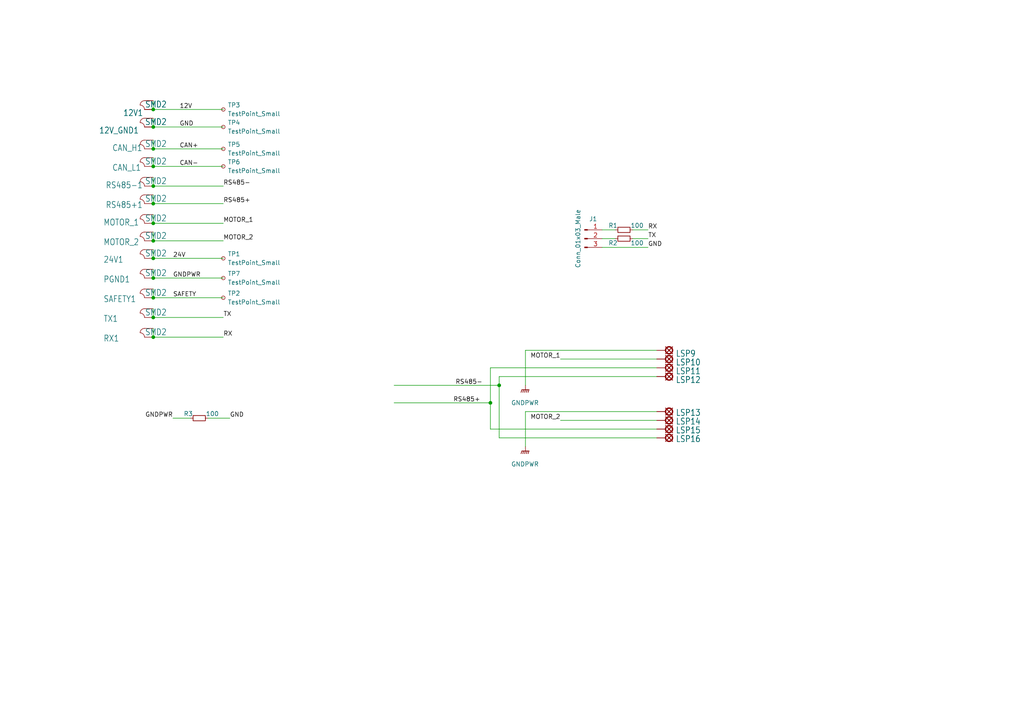
<source format=kicad_sch>
(kicad_sch (version 20211123) (generator eeschema)
  (paper "A4")
  (lib_symbols
    (symbol "Connector:Conn_01x03_Male" (pin_names (offset 1.016) hide)
      (property "Reference" "J" (at 0 5.08 0))
      (property "Value" "Conn_01x03_Male" (at 0 -5.08 0))
      (symbol "Conn_01x03_Male_1_1"
        (polyline (pts (xy 1.27 -2.54) (xy 0.8636 -2.54)) (stroke (width 0.1524)))
        (polyline (pts (xy 1.27 0) (xy 0.8636 0)) (stroke (width 0.1524)))
        (polyline (pts (xy 1.27 2.54) (xy 0.8636 2.54)) (stroke (width 0.1524)))
        (rectangle (start 0.8636 -2.413) (end 0 -2.667) (stroke (width 0.1524)) (fill (type outline)))
        (rectangle (start 0.8636 0.127) (end 0 -0.127) (stroke (width 0.1524)) (fill (type outline)))
        (rectangle (start 0.8636 2.667) (end 0 2.413) (stroke (width 0.1524)) (fill (type outline)))
        (pin passive line (at 5.08 2.54 180) (length 3.81) (name "Pin_1") (number "1"))
        (pin passive line (at 5.08 0 180) (length 3.81) (name "Pin_2") (number "2"))
        (pin passive line (at 5.08 -2.54 180) (length 3.81) (name "Pin_3") (number "3"))
      )
    )
    (symbol "Connector:TestPoint_Small" (pin_numbers hide) (pin_names (offset 0.762) hide)
      (property "Reference" "TP" (at 0 3.81 0))
      (property "Value" "TestPoint_Small" (at 0 2.032 0))
      (symbol "TestPoint_Small_0_1"
        (circle (center 0 0) (radius 0.508))
      )
      (symbol "TestPoint_Small_1_1"
        (pin passive line (at 0 0 90) (length 0) (name "1") (number "1"))
      )
    )
    (symbol "Device:R_Small" (pin_numbers hide) (pin_names (offset 0.254) hide)
      (property "Reference" "R" (at 0.762 0.508 0))
      (property "Value" "R_Small" (at 0.762 -1.016 0))
      (symbol "R_Small_0_1"
        (rectangle (start -0.762 1.778) (end 0.762 -1.778) (stroke (width 0.2032)))
      )
      (symbol "R_Small_1_1"
        (pin passive line (at 0 2.54 270) (length 0.762) (name "~") (number "1"))
        (pin passive line (at 0 -2.54 90) (length 0.762) (name "~") (number "2"))
      )
    )
    (symbol "Gripper Connection Board-eagle-import:SE11"
      (property "Reference" "LSP" (at -1.27 2.921 0))
      (symbol "SE11_1_0"
        (polyline (pts (xy -1.016 0) (xy 1.016 2.032)) (stroke (width 0.254)))
        (polyline (pts (xy -1.016 2.032) (xy 1.016 0)) (stroke (width 0.254)))
        (circle (center 0 1.016) (radius 1.016) (stroke (width 0.4064)))
        (pin passive line (at 0 -2.54 90) (length 2.54) (name "MP") (number "MP"))
      )
    )
    (symbol "Gripper Connection Board-eagle-import:SMD2"
      (property "Reference" "PAD" (at -1.27 0 0))
      (property "Value" "SMD2" (at -7.62 0 0))
      (symbol "SMD2_0_1"
        (arc (start 0 0) (mid 0.898 2.168) (end -1.27 1.27) (stroke (width 0.1524)))
        (arc (start 0 2.54) (mid -0.898 2.168) (end -1.27 1.27) (stroke (width 0.1524)))
      )
      (symbol "SMD2_1_0"
        (pin passive line (at 2.54 0 180) (length 2.54) (name "P") (number "1"))
        (pin passive line (at 2.54 2.54 180) (length 2.54) (name "P") (number "2"))
      )
    )
    (symbol "SMD2_10"
      (property "Reference" "PAD" (at -1.27 0 0))
      (property "Value" "SMD2_10" (at -7.62 0 0))
      (symbol "SMD2_10_0_1"
        (arc (start 0 0) (mid 0.898 2.168) (end -1.27 1.27) (stroke (width 0.1524)))
        (arc (start 0 2.54) (mid -0.898 2.168) (end -1.27 1.27) (stroke (width 0.1524)))
      )
      (symbol "SMD2_10_1_0"
        (pin passive line (at 2.54 0 180) (length 2.54) (name "P") (number "1"))
        (pin passive line (at 2.54 2.54 180) (length 2.54) (name "P") (number "2"))
      )
    )
    (symbol "SMD2_11"
      (property "Reference" "PAD" (at -1.27 0 0))
      (property "Value" "SMD2_11" (at -7.62 0 0))
      (symbol "SMD2_11_0_1"
        (arc (start 0 0) (mid 0.898 2.168) (end -1.27 1.27) (stroke (width 0.1524)))
        (arc (start 0 2.54) (mid -0.898 2.168) (end -1.27 1.27) (stroke (width 0.1524)))
      )
      (symbol "SMD2_11_1_0"
        (pin passive line (at 2.54 0 180) (length 2.54) (name "P") (number "1"))
        (pin passive line (at 2.54 2.54 180) (length 2.54) (name "P") (number "2"))
      )
    )
    (symbol "SMD2_12"
      (property "Reference" "PAD" (at -1.27 0 0))
      (property "Value" "SMD2_12" (at -7.62 0 0))
      (symbol "SMD2_12_0_1"
        (arc (start 0 0) (mid 0.898 2.168) (end -1.27 1.27) (stroke (width 0.1524)))
        (arc (start 0 2.54) (mid -0.898 2.168) (end -1.27 1.27) (stroke (width 0.1524)))
      )
      (symbol "SMD2_12_1_0"
        (pin passive line (at 2.54 0 180) (length 2.54) (name "P") (number "1"))
        (pin passive line (at 2.54 2.54 180) (length 2.54) (name "P") (number "2"))
      )
    )
    (symbol "SMD2_2"
      (property "Reference" "PAD" (at -1.27 0 0))
      (property "Value" "SMD2_2" (at -7.62 0 0))
      (symbol "SMD2_2_0_1"
        (arc (start 0 0) (mid 0.898 2.168) (end -1.27 1.27) (stroke (width 0.1524)))
        (arc (start 0 2.54) (mid -0.898 2.168) (end -1.27 1.27) (stroke (width 0.1524)))
      )
      (symbol "SMD2_2_1_0"
        (pin passive line (at 2.54 0 180) (length 2.54) (name "P") (number "1"))
        (pin passive line (at 2.54 2.54 180) (length 2.54) (name "P") (number "2"))
      )
    )
    (symbol "SMD2_3"
      (property "Reference" "PAD" (at -1.27 0 0))
      (property "Value" "SMD2_3" (at -7.62 0 0))
      (symbol "SMD2_3_0_1"
        (arc (start 0 0) (mid 0.898 2.168) (end -1.27 1.27) (stroke (width 0.1524)))
        (arc (start 0 2.54) (mid -0.898 2.168) (end -1.27 1.27) (stroke (width 0.1524)))
      )
      (symbol "SMD2_3_1_0"
        (pin passive line (at 2.54 0 180) (length 2.54) (name "P") (number "1"))
        (pin passive line (at 2.54 2.54 180) (length 2.54) (name "P") (number "2"))
      )
    )
    (symbol "SMD2_4"
      (property "Reference" "PAD" (at -1.27 0 0))
      (property "Value" "SMD2_4" (at -7.62 0 0))
      (symbol "SMD2_4_0_1"
        (arc (start 0 0) (mid 0.898 2.168) (end -1.27 1.27) (stroke (width 0.1524)))
        (arc (start 0 2.54) (mid -0.898 2.168) (end -1.27 1.27) (stroke (width 0.1524)))
      )
      (symbol "SMD2_4_1_0"
        (pin passive line (at 2.54 0 180) (length 2.54) (name "P") (number "1"))
        (pin passive line (at 2.54 2.54 180) (length 2.54) (name "P") (number "2"))
      )
    )
    (symbol "SMD2_5"
      (property "Reference" "PAD" (at -1.27 0 0))
      (property "Value" "SMD2_5" (at -7.62 0 0))
      (symbol "SMD2_5_0_1"
        (arc (start 0 0) (mid 0.898 2.168) (end -1.27 1.27) (stroke (width 0.1524)))
        (arc (start 0 2.54) (mid -0.898 2.168) (end -1.27 1.27) (stroke (width 0.1524)))
      )
      (symbol "SMD2_5_1_0"
        (pin passive line (at 2.54 0 180) (length 2.54) (name "P") (number "1"))
        (pin passive line (at 2.54 2.54 180) (length 2.54) (name "P") (number "2"))
      )
    )
    (symbol "SMD2_6"
      (property "Reference" "PAD" (at -1.27 0 0))
      (property "Value" "SMD2_6" (at -7.62 0 0))
      (symbol "SMD2_6_0_1"
        (arc (start 0 0) (mid 0.898 2.168) (end -1.27 1.27) (stroke (width 0.1524)))
        (arc (start 0 2.54) (mid -0.898 2.168) (end -1.27 1.27) (stroke (width 0.1524)))
      )
      (symbol "SMD2_6_1_0"
        (pin passive line (at 2.54 0 180) (length 2.54) (name "P") (number "1"))
        (pin passive line (at 2.54 2.54 180) (length 2.54) (name "P") (number "2"))
      )
    )
    (symbol "SMD2_7"
      (property "Reference" "PAD" (at -1.27 0 0))
      (property "Value" "SMD2_7" (at -7.62 0 0))
      (symbol "SMD2_7_0_1"
        (arc (start 0 0) (mid 0.898 2.168) (end -1.27 1.27) (stroke (width 0.1524)))
        (arc (start 0 2.54) (mid -0.898 2.168) (end -1.27 1.27) (stroke (width 0.1524)))
      )
      (symbol "SMD2_7_1_0"
        (pin passive line (at 2.54 0 180) (length 2.54) (name "P") (number "1"))
        (pin passive line (at 2.54 2.54 180) (length 2.54) (name "P") (number "2"))
      )
    )
    (symbol "SMD2_8"
      (property "Reference" "PAD" (at -1.27 0 0))
      (property "Value" "SMD2_8" (at -7.62 0 0))
      (symbol "SMD2_8_0_1"
        (arc (start 0 0) (mid 0.898 2.168) (end -1.27 1.27) (stroke (width 0.1524)))
        (arc (start 0 2.54) (mid -0.898 2.168) (end -1.27 1.27) (stroke (width 0.1524)))
      )
      (symbol "SMD2_8_1_0"
        (pin passive line (at 2.54 0 180) (length 2.54) (name "P") (number "1"))
        (pin passive line (at 2.54 2.54 180) (length 2.54) (name "P") (number "2"))
      )
    )
    (symbol "SMD2_9"
      (property "Reference" "PAD" (at -1.27 0 0))
      (property "Value" "SMD2_9" (at -7.62 0 0))
      (symbol "SMD2_9_0_1"
        (arc (start 0 0) (mid 0.898 2.168) (end -1.27 1.27) (stroke (width 0.1524)))
        (arc (start 0 2.54) (mid -0.898 2.168) (end -1.27 1.27) (stroke (width 0.1524)))
      )
      (symbol "SMD2_9_1_0"
        (pin passive line (at 2.54 0 180) (length 2.54) (name "P") (number "1"))
        (pin passive line (at 2.54 2.54 180) (length 2.54) (name "P") (number "2"))
      )
    )
    (symbol "power:GNDPWR" (power) (pin_names (offset 0))
      (property "Value" "GNDPWR" (at 0 -3.302 0))
      (symbol "GNDPWR_0_1"
        (polyline (pts (xy 0 -1.27) (xy 0 0)))
        (polyline (pts (xy -1.016 -1.27) (xy -1.27 -2.032) (xy -1.27 -2.032)) (stroke (width 0.2032)))
        (polyline (pts (xy -0.508 -1.27) (xy -0.762 -2.032) (xy -0.762 -2.032)) (stroke (width 0.2032)))
        (polyline (pts (xy 0 -1.27) (xy -0.254 -2.032) (xy -0.254 -2.032)) (stroke (width 0.2032)))
        (polyline (pts (xy 0.508 -1.27) (xy 0.254 -2.032) (xy 0.254 -2.032)) (stroke (width 0.2032)))
        (polyline (pts (xy 1.016 -1.27) (xy -1.016 -1.27) (xy -1.016 -1.27)) (stroke (width 0.2032)))
        (polyline (pts (xy 1.016 -1.27) (xy 0.762 -2.032) (xy 0.762 -2.032) (xy 0.762 -2.032)) (stroke (width 0.2032)))
      )
      (symbol "GNDPWR_1_1"
        (pin power_in line (at 0 0 270) (length 0) hide (name "GNDPWR") (number "1"))
      )
    )
  )
  (junction (at 44.45 80.645))
  (junction (at 44.45 97.79))
  (junction (at 44.45 43.18))
  (junction (at 142.24 116.84))
  (junction (at 44.45 86.36))
  (junction (at 44.45 59.055))
  (junction (at 44.45 53.975))
  (junction (at 44.45 74.93))
  (junction (at 44.45 64.77))
  (junction (at 44.45 69.85))
  (junction (at 44.45 36.83))
  (junction (at 44.45 31.75))
  (junction (at 144.78 111.76))
  (junction (at 44.45 92.075))
  (junction (at 44.45 48.26))
  (wire (pts (xy 44.45 72.39) (xy 44.45 74.93)))
  (wire (pts (xy 44.45 45.72) (xy 44.45 48.26)))
  (wire (pts (xy 44.45 34.29) (xy 44.45 36.83)))
  (wire (pts (xy 44.45 64.77) (xy 64.77 64.77)))
  (wire (pts (xy 144.78 127) (xy 190.5 127)))
  (wire (pts (xy 44.45 80.645) (xy 64.77 80.645)))
  (wire (pts (xy 162.56 121.92) (xy 190.5 121.92)))
  (wire (pts (xy 142.24 116.84) (xy 142.24 124.46)))
  (wire (pts (xy 152.4 119.38) (xy 190.5 119.38)))
  (wire (pts (xy 152.4 101.6) (xy 190.5 101.6)))
  (wire (pts (xy 44.45 69.85) (xy 64.77 69.85)))
  (wire (pts (xy 44.45 86.36) (xy 64.7624 86.36)))
  (wire (pts (xy 44.45 31.75) (xy 64.77 31.75)))
  (wire (pts (xy 142.24 116.84) (xy 142.24 106.68)))
  (wire (pts (xy 114.3 111.76) (xy 144.78 111.76)))
  (wire (pts (xy 44.45 59.055) (xy 64.77 59.055)))
  (wire (pts (xy 142.24 124.46) (xy 190.5 124.46)))
  (wire (pts (xy 50.165 121.285) (xy 55.245 121.285)))
  (wire (pts (xy 114.3 116.84) (xy 142.24 116.84)))
  (wire (pts (xy 187.96 71.755) (xy 174.625 71.755)))
  (wire (pts (xy 60.325 121.285) (xy 66.675 121.285)))
  (wire (pts (xy 142.24 106.68) (xy 190.5 106.68)))
  (wire (pts (xy 44.45 40.64) (xy 44.45 43.18)))
  (wire (pts (xy 144.78 111.76) (xy 144.78 109.22)))
  (wire (pts (xy 162.56 104.14) (xy 190.5 104.14)))
  (wire (pts (xy 44.45 51.435) (xy 44.45 53.975)))
  (wire (pts (xy 44.45 48.26) (xy 64.77 48.26)))
  (wire (pts (xy 178.435 69.215) (xy 174.625 69.215)))
  (wire (pts (xy 44.45 89.535) (xy 44.45 92.075)))
  (wire (pts (xy 44.45 43.18) (xy 64.77 43.18)))
  (wire (pts (xy 144.78 109.22) (xy 190.5 109.22)))
  (wire (pts (xy 44.45 97.79) (xy 64.77 97.79)))
  (wire (pts (xy 44.45 78.105) (xy 44.45 80.645)))
  (wire (pts (xy 44.45 95.25) (xy 44.45 97.79)))
  (wire (pts (xy 187.96 69.215) (xy 183.515 69.215)))
  (wire (pts (xy 44.45 67.31) (xy 44.45 69.85)))
  (wire (pts (xy 152.4 119.38) (xy 152.4 129.54)))
  (wire (pts (xy 44.45 29.21) (xy 44.45 31.75)))
  (wire (pts (xy 44.45 74.93) (xy 64.77 74.93)))
  (wire (pts (xy 44.45 56.515) (xy 44.45 59.055)))
  (wire (pts (xy 44.45 92.075) (xy 64.77 92.075)))
  (wire (pts (xy 187.96 66.675) (xy 183.515 66.675)))
  (wire (pts (xy 44.45 36.83) (xy 64.77 36.83)))
  (wire (pts (xy 178.435 66.675) (xy 174.625 66.675)))
  (wire (pts (xy 44.45 83.82) (xy 44.45 86.36)))
  (wire (pts (xy 144.78 111.76) (xy 144.78 127)))
  (wire (pts (xy 152.4 111.76) (xy 152.4 101.6)))
  (wire (pts (xy 44.45 53.975) (xy 64.77 53.975)))
  (wire (pts (xy 44.45 62.23) (xy 44.45 64.77)))
  (label "RS485+" (at 64.77 59.055 0))
  (label "TX" (at 64.77 92.075 0))
  (label "MOTOR_1" (at 64.77 64.77 0))
  (label "RX" (at 187.96 66.675 0))
  (label "MOTOR_2" (at 64.77 69.85 0))
  (label "TX" (at 187.96 69.215 0))
  (label "SAFETY" (at 50.165 86.36 0))
  (label "CAN+" (at 52.07 43.18 0))
  (label "GND" (at 66.675 121.285 0))
  (label "24V" (at 50.165 74.93 0))
  (label "12V" (at 52.07 31.75 0))
  (label "MOTOR_1" (at 162.56 104.14 180))
  (label "GND" (at 52.07 36.83 0))
  (label "RS485-" (at 64.77 53.975 0))
  (label "GND" (at 187.96 71.755 0))
  (label "RX" (at 64.77 97.79 0))
  (label "CAN-" (at 52.07 48.26 0))
  (label "GNDPWR" (at 50.165 80.645 0))
  (label "MOTOR_2" (at 162.56 121.92 180))
  (label "RS485-" (at 132.08 111.76 0))
  (label "RS485+" (at 131.445 116.84 0))
  (label "GNDPWR" (at 50.165 121.285 180))
  (symbol (lib_id "power:GNDPWR") (at 152.4 111.76 0) (unit 1)
    (property "Reference" "#PWR0102" (effects hide))
    (property "Value" "GNDPWR" (at 152.273 116.84 0))
  )
  (symbol (lib_id "Device:R_Small") (at 57.785 121.285 90) (unit 1)
    (property "Reference" "R3" (at 54.61 120.015 90))
    (property "Value" "100" (at 61.595 120.015 90))
    (property "Footprint" "footprints:R_0603_1608Metric_Pad0.98x0.95mm_HandSolder" (effects hide))
  )
  (symbol (lib_name "SMD2_4") (lib_id "Gripper Connection Board-eagle-import:SMD2") (at 41.91 80.645 0) (unit 1)
    (property "Reference" "PGND1" (at 29.972 81.9658 0) (effects (font (size 1.778 1.5113)) (justify left bottom)))
    (property "Value" "SMD2" (at 42.037 80.137 0) (effects (font (size 1.778 1.5113)) (justify left bottom)))
    (property "Footprint" "Gripper Connection Board:SMD1,27-2,54" (effects hide))
  )
  (symbol (lib_id "Connector:TestPoint_Small") (at 64.77 36.83 0) (unit 1)
    (property "Reference" "TP4" (at 66.04 35.5599 0) (effects (justify left)))
    (property "Value" "TestPoint_Small" (at 66.04 38.0999 0) (effects (justify left)))
    (property "Footprint" "footprints:TestPoint_Pad_1.0x1.0mm" (effects hide))
  )
  (symbol (lib_id "Device:R_Small") (at 180.975 69.215 90) (unit 1)
    (property "Reference" "R2" (at 177.8 70.485 90))
    (property "Value" "100" (at 184.785 70.485 90))
    (property "Footprint" "footprints:R_0603_1608Metric_Pad0.98x0.95mm_HandSolder" (effects hide))
  )
  (symbol (lib_id "Gripper Connection Board-eagle-import:SE11") (at 193.04 127 270) (unit 1)
    (property "Reference" "LSP16" (at 195.961 128.27 90) (effects (font (size 1.778 1.5113)) (justify left bottom)))
    (property "Value" "SE11" (effects hide))
    (property "Footprint" "Gripper Connection Board:SE11" (effects hide))
  )
  (symbol (lib_id "Connector:Conn_01x03_Male") (at 169.545 69.215 0) (unit 1)
    (property "Reference" "J1" (at 172.0469 63.5 0))
    (property "Value" "Conn_01x03_Male" (at 167.64 69.215 90))
    (property "Footprint" "footprints:PinHeader_1x03_P2.54mm_Vertical" (effects hide))
  )
  (symbol (lib_id "Gripper Connection Board-eagle-import:SE11") (at 193.04 124.46 270) (unit 1)
    (property "Reference" "LSP15" (at 195.961 125.73 90) (effects (font (size 1.778 1.5113)) (justify left bottom)))
    (property "Value" "SE11" (effects hide))
    (property "Footprint" "Gripper Connection Board:SE11" (effects hide))
  )
  (symbol (lib_id "Gripper Connection Board-eagle-import:SE11") (at 193.04 104.14 270) (unit 1)
    (property "Reference" "LSP10" (at 195.961 106.045 90) (effects (font (size 1.778 1.5113)) (justify left bottom)))
    (property "Value" "SE11" (effects hide))
    (property "Footprint" "Gripper Connection Board:SE11" (effects hide))
  )
  (symbol (lib_id "Gripper Connection Board-eagle-import:SE11") (at 193.04 119.38 270) (unit 1)
    (property "Reference" "LSP13" (at 195.961 120.65 90) (effects (font (size 1.778 1.5113)) (justify left bottom)))
    (property "Value" "SE11" (effects hide))
    (property "Footprint" "Gripper Connection Board:SE11" (effects hide))
  )
  (symbol (lib_id "Connector:TestPoint_Small") (at 64.77 43.18 0) (unit 1)
    (property "Reference" "TP5" (at 66.04 41.9099 0) (effects (justify left)))
    (property "Value" "TestPoint_Small" (at 66.04 44.4499 0) (effects (justify left)))
    (property "Footprint" "footprints:TestPoint_Pad_1.0x1.0mm" (effects hide))
  )
  (symbol (lib_name "SMD2_8") (lib_id "Gripper Connection Board-eagle-import:SMD2") (at 41.91 69.85 0) (unit 1)
    (property "Reference" "MOTOR_2" (at 29.972 71.1708 0) (effects (font (size 1.778 1.5113)) (justify left bottom)))
    (property "Value" "SMD2" (at 42.037 69.342 0) (effects (font (size 1.778 1.5113)) (justify left bottom)))
    (property "Footprint" "Gripper Connection Board:SMD1,27-2,54" (effects hide))
  )
  (symbol (lib_name "SMD2_7") (lib_id "Gripper Connection Board-eagle-import:SMD2") (at 41.91 64.77 0) (unit 1)
    (property "Reference" "MOTOR_1" (at 29.972 65.4558 0) (effects (font (size 1.778 1.5113)) (justify left bottom)))
    (property "Value" "SMD2" (at 42.037 64.262 0) (effects (font (size 1.778 1.5113)) (justify left bottom)))
    (property "Footprint" "Gripper Connection Board:SMD1,27-2,54" (effects hide))
  )
  (symbol (lib_name "SMD2_11") (lib_id "Gripper Connection Board-eagle-import:SMD2") (at 41.91 43.18 0) (unit 1)
    (property "Reference" "CAN_H1" (at 32.512 43.8658 0) (effects (font (size 1.778 1.5113)) (justify left bottom)))
    (property "Value" "SMD2" (at 42.037 42.672 0) (effects (font (size 1.778 1.5113)) (justify left bottom)))
    (property "Footprint" "Gripper Connection Board:SMD1,27-2,54" (effects hide))
  )
  (symbol (lib_id "Gripper Connection Board-eagle-import:SE11") (at 193.04 101.6 270) (unit 1)
    (property "Reference" "LSP9" (at 195.961 103.505 90) (effects (font (size 1.778 1.5113)) (justify left bottom)))
    (property "Value" "SE11" (effects hide))
    (property "Footprint" "Gripper Connection Board:SE11" (effects hide))
  )
  (symbol (lib_id "Gripper Connection Board-eagle-import:SE11") (at 193.04 109.22 270) (unit 1)
    (property "Reference" "LSP12" (at 195.961 111.125 90) (effects (font (size 1.778 1.5113)) (justify left bottom)))
    (property "Value" "SE11" (effects hide))
    (property "Footprint" "Gripper Connection Board:SE11" (effects hide))
  )
  (symbol (lib_id "Connector:TestPoint_Small") (at 64.7624 86.36 0) (unit 1)
    (property "Reference" "TP2" (at 66.0324 85.0899 0) (effects (justify left)))
    (property "Value" "TestPoint_Small" (at 66.0324 87.6299 0) (effects (justify left)))
    (property "Footprint" "footprints:TestPoint_Pad_1.0x1.0mm" (effects hide))
  )
  (symbol (lib_id "Connector:TestPoint_Small") (at 64.77 48.26 0) (unit 1)
    (property "Reference" "TP6" (at 66.04 46.9899 0) (effects (justify left)))
    (property "Value" "TestPoint_Small" (at 66.04 49.5299 0) (effects (justify left)))
    (property "Footprint" "footprints:TestPoint_Pad_1.0x1.0mm" (effects hide))
  )
  (symbol (lib_name "SMD2_3") (lib_id "Gripper Connection Board-eagle-import:SMD2") (at 41.91 92.075 0) (unit 1)
    (property "Reference" "TX1" (at 29.972 93.3958 0) (effects (font (size 1.778 1.5113)) (justify left bottom)))
    (property "Value" "SMD2" (at 42.037 91.567 0) (effects (font (size 1.778 1.5113)) (justify left bottom)))
    (property "Footprint" "Gripper Connection Board:SMD1,27-2,54" (effects hide))
  )
  (symbol (lib_name "SMD2_12") (lib_id "Gripper Connection Board-eagle-import:SMD2") (at 41.91 48.26 0) (unit 1)
    (property "Reference" "CAN_L1" (at 32.512 49.5808 0) (effects (font (size 1.778 1.5113)) (justify left bottom)))
    (property "Value" "SMD2" (at 42.037 47.752 0) (effects (font (size 1.778 1.5113)) (justify left bottom)))
    (property "Footprint" "Gripper Connection Board:SMD1,27-2,54" (effects hide))
  )
  (symbol (lib_name "SMD2_9") (lib_id "Gripper Connection Board-eagle-import:SMD2") (at 41.91 53.975 0) (unit 1)
    (property "Reference" "RS485-1" (at 30.607 54.6608 0) (effects (font (size 1.778 1.5113)) (justify left bottom)))
    (property "Value" "SMD2" (at 42.037 53.467 0) (effects (font (size 1.778 1.5113)) (justify left bottom)))
    (property "Footprint" "Gripper Connection Board:SMD1,27-2,54" (effects hide))
  )
  (symbol (lib_id "power:GNDPWR") (at 152.4 129.54 0) (unit 1)
    (property "Reference" "#PWR0101" (effects hide))
    (property "Value" "GNDPWR" (at 152.273 134.62 0))
  )
  (symbol (lib_id "Gripper Connection Board-eagle-import:SMD2") (at 41.91 36.83 0) (unit 1)
    (property "Reference" "12V_GND1" (at 28.702 38.7858 0) (effects (font (size 1.778 1.5113)) (justify left bottom)))
    (property "Value" "SMD2" (at 42.037 36.322 0) (effects (font (size 1.778 1.5113)) (justify left bottom)))
    (property "Footprint" "Gripper Connection Board:SMD1,27-2,54" (effects hide))
  )
  (symbol (lib_id "Gripper Connection Board-eagle-import:SMD2") (at 41.91 31.75 0) (unit 1)
    (property "Reference" "12V1" (at 35.687 33.7058 0) (effects (font (size 1.778 1.5113)) (justify left bottom)))
    (property "Value" "SMD2" (at 42.037 31.242 0) (effects (font (size 1.778 1.5113)) (justify left bottom)))
    (property "Footprint" "Gripper Connection Board:SMD1,27-2,54" (effects hide))
  )
  (symbol (lib_name "SMD2_6") (lib_id "Gripper Connection Board-eagle-import:SMD2") (at 41.91 97.79 0) (unit 1)
    (property "Reference" "RX1" (at 29.972 99.1108 0) (effects (font (size 1.778 1.5113)) (justify left bottom)))
    (property "Value" "SMD2" (at 42.037 97.282 0) (effects (font (size 1.778 1.5113)) (justify left bottom)))
    (property "Footprint" "Gripper Connection Board:SMD1,27-2,54" (effects hide))
  )
  (symbol (lib_id "Device:R_Small") (at 180.975 66.675 90) (unit 1)
    (property "Reference" "R1" (at 177.8 65.405 90))
    (property "Value" "100" (at 184.785 65.405 90))
    (property "Footprint" "footprints:R_0603_1608Metric_Pad0.98x0.95mm_HandSolder" (effects hide))
  )
  (symbol (lib_id "Gripper Connection Board-eagle-import:SE11") (at 193.04 106.68 270) (unit 1)
    (property "Reference" "LSP11" (at 195.961 108.585 90) (effects (font (size 1.778 1.5113)) (justify left bottom)))
    (property "Value" "SE11" (effects hide))
    (property "Footprint" "Gripper Connection Board:SE11" (effects hide))
  )
  (symbol (lib_name "SMD2_5") (lib_id "Gripper Connection Board-eagle-import:SMD2") (at 41.91 86.36 0) (unit 1)
    (property "Reference" "SAFETY1" (at 29.972 87.6808 0) (effects (font (size 1.778 1.5113)) (justify left bottom)))
    (property "Value" "SMD2" (at 42.037 85.852 0) (effects (font (size 1.778 1.5113)) (justify left bottom)))
    (property "Footprint" "Gripper Connection Board:SMD1,27-2,54" (effects hide))
  )
  (symbol (lib_name "SMD2_10") (lib_id "Gripper Connection Board-eagle-import:SMD2") (at 41.91 59.055 0) (unit 1)
    (property "Reference" "RS485+1" (at 30.607 60.3758 0) (effects (font (size 1.778 1.5113)) (justify left bottom)))
    (property "Value" "SMD2" (at 42.037 58.547 0) (effects (font (size 1.778 1.5113)) (justify left bottom)))
    (property "Footprint" "Gripper Connection Board:SMD1,27-2,54" (effects hide))
  )
  (symbol (lib_id "Connector:TestPoint_Small") (at 64.77 80.645 0) (unit 1)
    (property "Reference" "TP7" (at 66.04 79.3749 0) (effects (justify left)))
    (property "Value" "TestPoint_Small" (at 66.04 81.9149 0) (effects (justify left)))
    (property "Footprint" "footprints:TestPoint_Pad_1.0x1.0mm" (effects hide))
  )
  (symbol (lib_name "SMD2_2") (lib_id "Gripper Connection Board-eagle-import:SMD2") (at 41.91 74.93 0) (unit 1)
    (property "Reference" "24V1" (at 29.972 76.2508 0) (effects (font (size 1.778 1.5113)) (justify left bottom)))
    (property "Value" "SMD2" (at 42.037 74.422 0) (effects (font (size 1.778 1.5113)) (justify left bottom)))
    (property "Footprint" "Gripper Connection Board:SMD1,27-2,54" (effects hide))
  )
  (symbol (lib_id "Connector:TestPoint_Small") (at 64.77 74.93 0) (unit 1)
    (property "Reference" "TP1" (at 66.04 73.6599 0) (effects (justify left)))
    (property "Value" "TestPoint_Small" (at 66.04 76.1999 0) (effects (justify left)))
    (property "Footprint" "footprints:TestPoint_Pad_1.0x1.0mm" (effects hide))
  )
  (symbol (lib_id "Connector:TestPoint_Small") (at 64.77 31.75 0) (unit 1)
    (property "Reference" "TP3" (at 66.04 30.4799 0) (effects (justify left)))
    (property "Value" "TestPoint_Small" (at 66.04 33.0199 0) (effects (justify left)))
    (property "Footprint" "footprints:TestPoint_Pad_1.0x1.0mm" (effects hide))
  )
  (symbol (lib_id "Gripper Connection Board-eagle-import:SE11") (at 193.04 121.92 270) (unit 1)
    (property "Reference" "LSP14" (at 195.961 123.19 90) (effects (font (size 1.778 1.5113)) (justify left bottom)))
    (property "Value" "SE11" (effects hide))
    (property "Footprint" "Gripper Connection Board:SE11" (effects hide))
  )
)
</source>
